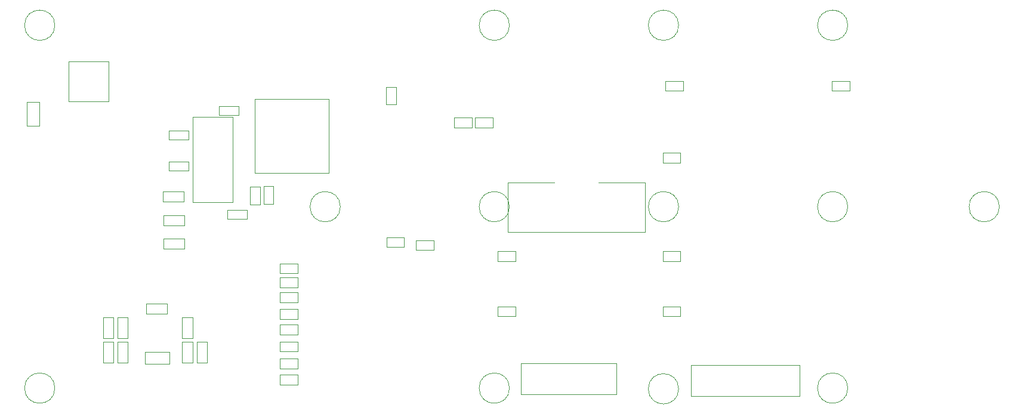
<source format=gbr>
%TF.GenerationSoftware,KiCad,Pcbnew,(5.1.10)-1*%
%TF.CreationDate,2022-09-03T16:46:32+05:30*%
%TF.ProjectId,ENC-nrf-301-02-REV05,454e432d-6e72-4662-9d33-30312d30322d,rev?*%
%TF.SameCoordinates,Original*%
%TF.FileFunction,Other,User*%
%FSLAX46Y46*%
G04 Gerber Fmt 4.6, Leading zero omitted, Abs format (unit mm)*
G04 Created by KiCad (PCBNEW (5.1.10)-1) date 2022-09-03 16:46:32*
%MOMM*%
%LPD*%
G01*
G04 APERTURE LIST*
%ADD10C,0.050000*%
%ADD11C,0.120000*%
G04 APERTURE END LIST*
D10*
%TO.C,R16*%
X115520000Y-106130000D02*
X115520000Y-104670000D01*
X115520000Y-104670000D02*
X118480000Y-104670000D01*
X118480000Y-104670000D02*
X118480000Y-106130000D01*
X118480000Y-106130000D02*
X115520000Y-106130000D01*
%TO.C,R15*%
X115520000Y-102830000D02*
X115520000Y-101370000D01*
X115520000Y-101370000D02*
X118480000Y-101370000D01*
X118480000Y-101370000D02*
X118480000Y-102830000D01*
X118480000Y-102830000D02*
X115520000Y-102830000D01*
%TO.C,R17*%
X115420000Y-99430000D02*
X115420000Y-97970000D01*
X115420000Y-97970000D02*
X118380000Y-97970000D01*
X118380000Y-97970000D02*
X118380000Y-99430000D01*
X118380000Y-99430000D02*
X115420000Y-99430000D01*
%TO.C,R30*%
X119630000Y-122280000D02*
X118170000Y-122280000D01*
X118170000Y-122280000D02*
X118170000Y-119320000D01*
X118170000Y-119320000D02*
X119630000Y-119320000D01*
X119630000Y-119320000D02*
X119630000Y-122280000D01*
%TO.C,R28*%
X108970000Y-115820000D02*
X110430000Y-115820000D01*
X110430000Y-115820000D02*
X110430000Y-118780000D01*
X110430000Y-118780000D02*
X108970000Y-118780000D01*
X108970000Y-118780000D02*
X108970000Y-115820000D01*
%TO.C,R29*%
X119630000Y-118780000D02*
X118170000Y-118780000D01*
X118170000Y-118780000D02*
X118170000Y-115820000D01*
X118170000Y-115820000D02*
X119630000Y-115820000D01*
X119630000Y-115820000D02*
X119630000Y-118780000D01*
%TO.C,R27*%
X110430000Y-122280000D02*
X108970000Y-122280000D01*
X108970000Y-122280000D02*
X108970000Y-119320000D01*
X108970000Y-119320000D02*
X110430000Y-119320000D01*
X110430000Y-119320000D02*
X110430000Y-122280000D01*
%TO.C,C5*%
X121730000Y-122280000D02*
X120270000Y-122280000D01*
X120270000Y-122280000D02*
X120270000Y-119320000D01*
X120270000Y-119320000D02*
X121730000Y-119320000D01*
X121730000Y-119320000D02*
X121730000Y-122280000D01*
%TO.C,R26*%
X113020000Y-115330000D02*
X113020000Y-113870000D01*
X113020000Y-113870000D02*
X115980000Y-113870000D01*
X115980000Y-113870000D02*
X115980000Y-115330000D01*
X115980000Y-115330000D02*
X113020000Y-115330000D01*
%TO.C,C4*%
X106970000Y-115820000D02*
X108430000Y-115820000D01*
X108430000Y-115820000D02*
X108430000Y-118780000D01*
X108430000Y-118780000D02*
X106970000Y-118780000D01*
X106970000Y-118780000D02*
X106970000Y-115820000D01*
%TO.C,C3*%
X108430000Y-122280000D02*
X106970000Y-122280000D01*
X106970000Y-122280000D02*
X106970000Y-119320000D01*
X106970000Y-119320000D02*
X108430000Y-119320000D01*
X108430000Y-119320000D02*
X108430000Y-122280000D01*
%TO.C,*%
X140600000Y-100150000D02*
G75*
G03*
X140600000Y-100150000I-2150000J0D01*
G01*
%TO.C,R7*%
X148500000Y-83150000D02*
X148500000Y-85650000D01*
X148500000Y-83150000D02*
X147100000Y-83150000D01*
X147100000Y-85650000D02*
X148500000Y-85650000D01*
X147100000Y-85650000D02*
X147100000Y-83150000D01*
%TO.C,C6*%
X124600000Y-100600000D02*
X127400000Y-100600000D01*
X124600000Y-100600000D02*
X124600000Y-101900000D01*
X127400000Y-101900000D02*
X127400000Y-100600000D01*
X127400000Y-101900000D02*
X124600000Y-101900000D01*
%TO.C,C7*%
X123350000Y-85850000D02*
X126150000Y-85850000D01*
X123350000Y-85850000D02*
X123350000Y-87150000D01*
X126150000Y-87150000D02*
X126150000Y-85850000D01*
X126150000Y-87150000D02*
X123350000Y-87150000D01*
%TO.C,Y1*%
X125300000Y-87400000D02*
X119700000Y-87400000D01*
X119700000Y-87400000D02*
X119700000Y-99500000D01*
X119700000Y-99500000D02*
X125300000Y-99500000D01*
X125300000Y-99500000D02*
X125300000Y-87400000D01*
%TO.C,*%
X100100000Y-74400000D02*
G75*
G03*
X100100000Y-74400000I-2150000J0D01*
G01*
X100100000Y-125900000D02*
G75*
G03*
X100100000Y-125900000I-2150000J0D01*
G01*
X164600000Y-74400000D02*
G75*
G03*
X164600000Y-74400000I-2150000J0D01*
G01*
X188600000Y-74400000D02*
G75*
G03*
X188600000Y-74400000I-2150000J0D01*
G01*
X212600000Y-74400000D02*
G75*
G03*
X212600000Y-74400000I-2150000J0D01*
G01*
X164600000Y-125900000D02*
G75*
G03*
X164600000Y-125900000I-2150000J0D01*
G01*
X188600000Y-126000000D02*
G75*
G03*
X188600000Y-126000000I-2150000J0D01*
G01*
X212600000Y-125900000D02*
G75*
G03*
X212600000Y-125900000I-2150000J0D01*
G01*
X234100000Y-100150000D02*
G75*
G03*
X234100000Y-100150000I-2150000J0D01*
G01*
X212600000Y-100150000D02*
G75*
G03*
X212600000Y-100150000I-2150000J0D01*
G01*
X188600000Y-100150000D02*
G75*
G03*
X188600000Y-100150000I-2150000J0D01*
G01*
%TO.C,J2*%
X183820000Y-103740000D02*
X183820000Y-96760000D01*
X183820000Y-96760000D02*
X177200000Y-96760000D01*
X171000000Y-96760000D02*
X164390000Y-96760000D01*
X164390000Y-96760000D02*
X164390000Y-103740000D01*
X164390000Y-103740000D02*
X183820000Y-103740000D01*
%TO.C,R8*%
X165450000Y-107900000D02*
X162950000Y-107900000D01*
X165450000Y-107900000D02*
X165450000Y-106500000D01*
X162950000Y-106500000D02*
X162950000Y-107900000D01*
X162950000Y-106500000D02*
X165450000Y-106500000D01*
%TO.C,R9*%
X159250000Y-88900000D02*
X156750000Y-88900000D01*
X159250000Y-88900000D02*
X159250000Y-87500000D01*
X156750000Y-87500000D02*
X156750000Y-88900000D01*
X156750000Y-87500000D02*
X159250000Y-87500000D01*
%TO.C,R10*%
X149650000Y-105900000D02*
X147150000Y-105900000D01*
X149650000Y-105900000D02*
X149650000Y-104500000D01*
X147150000Y-104500000D02*
X147150000Y-105900000D01*
X147150000Y-104500000D02*
X149650000Y-104500000D01*
%TO.C,R11*%
X188850000Y-93900000D02*
X186350000Y-93900000D01*
X188850000Y-93900000D02*
X188850000Y-92500000D01*
X186350000Y-92500000D02*
X186350000Y-93900000D01*
X186350000Y-92500000D02*
X188850000Y-92500000D01*
%TO.C,R12*%
X188850000Y-115700000D02*
X186350000Y-115700000D01*
X188850000Y-115700000D02*
X188850000Y-114300000D01*
X186350000Y-114300000D02*
X186350000Y-115700000D01*
X186350000Y-114300000D02*
X188850000Y-114300000D01*
%TO.C,R13*%
X188850000Y-107900000D02*
X186350000Y-107900000D01*
X188850000Y-107900000D02*
X188850000Y-106500000D01*
X186350000Y-106500000D02*
X186350000Y-107900000D01*
X186350000Y-106500000D02*
X188850000Y-106500000D01*
%TO.C,R14*%
X151350000Y-104900000D02*
X153850000Y-104900000D01*
X151350000Y-104900000D02*
X151350000Y-106300000D01*
X153850000Y-106300000D02*
X153850000Y-104900000D01*
X153850000Y-106300000D02*
X151350000Y-106300000D01*
%TO.C,R18*%
X132050000Y-110200000D02*
X134550000Y-110200000D01*
X132050000Y-110200000D02*
X132050000Y-111600000D01*
X134550000Y-111600000D02*
X134550000Y-110200000D01*
X134550000Y-111600000D02*
X132050000Y-111600000D01*
%TO.C,R19*%
X132050000Y-108200000D02*
X134550000Y-108200000D01*
X132050000Y-108200000D02*
X132050000Y-109600000D01*
X134550000Y-109600000D02*
X134550000Y-108200000D01*
X134550000Y-109600000D02*
X132050000Y-109600000D01*
%TO.C,R20*%
X132050000Y-119300000D02*
X134550000Y-119300000D01*
X132050000Y-119300000D02*
X132050000Y-120700000D01*
X134550000Y-120700000D02*
X134550000Y-119300000D01*
X134550000Y-120700000D02*
X132050000Y-120700000D01*
%TO.C,R21*%
X132050000Y-124000000D02*
X134550000Y-124000000D01*
X132050000Y-124000000D02*
X132050000Y-125400000D01*
X134550000Y-125400000D02*
X134550000Y-124000000D01*
X134550000Y-125400000D02*
X132050000Y-125400000D01*
%TO.C,R22*%
X132050000Y-121700000D02*
X134550000Y-121700000D01*
X132050000Y-121700000D02*
X132050000Y-123100000D01*
X134550000Y-123100000D02*
X134550000Y-121700000D01*
X134550000Y-123100000D02*
X132050000Y-123100000D01*
%TO.C,R23*%
X132050000Y-112300000D02*
X134550000Y-112300000D01*
X132050000Y-112300000D02*
X132050000Y-113700000D01*
X134550000Y-113700000D02*
X134550000Y-112300000D01*
X134550000Y-113700000D02*
X132050000Y-113700000D01*
%TO.C,R24*%
X132050000Y-114700000D02*
X134550000Y-114700000D01*
X132050000Y-114700000D02*
X132050000Y-116100000D01*
X134550000Y-116100000D02*
X134550000Y-114700000D01*
X134550000Y-116100000D02*
X132050000Y-116100000D01*
%TO.C,R25*%
X132050000Y-116900000D02*
X134550000Y-116900000D01*
X132050000Y-116900000D02*
X132050000Y-118300000D01*
X134550000Y-118300000D02*
X134550000Y-116900000D01*
X134550000Y-118300000D02*
X132050000Y-118300000D01*
%TO.C,U2*%
X128450000Y-84850000D02*
X128450000Y-95350000D01*
X138950000Y-84850000D02*
X138950000Y-95350000D01*
X128450000Y-84850000D02*
X138950000Y-84850000D01*
X128450000Y-95350000D02*
X138950000Y-95350000D01*
%TO.C,C1*%
X116300000Y-89350000D02*
X119100000Y-89350000D01*
X116300000Y-89350000D02*
X116300000Y-90650000D01*
X119100000Y-90650000D02*
X119100000Y-89350000D01*
X119100000Y-90650000D02*
X116300000Y-90650000D01*
%TO.C,C2*%
X116300000Y-93750000D02*
X119100000Y-93750000D01*
X116300000Y-93750000D02*
X116300000Y-95050000D01*
X119100000Y-95050000D02*
X119100000Y-93750000D01*
X119100000Y-95050000D02*
X116300000Y-95050000D01*
%TO.C,D1*%
X96120000Y-85300000D02*
X97880000Y-85300000D01*
X96120000Y-88700000D02*
X96120000Y-85300000D01*
X97880000Y-88700000D02*
X96120000Y-88700000D01*
X97880000Y-85300000D02*
X97880000Y-88700000D01*
%TO.C,R1*%
X129700000Y-99750000D02*
X129700000Y-97250000D01*
X129700000Y-99750000D02*
X131100000Y-99750000D01*
X131100000Y-97250000D02*
X129700000Y-97250000D01*
X131100000Y-97250000D02*
X131100000Y-99750000D01*
%TO.C,R2*%
X127800000Y-99850000D02*
X127800000Y-97350000D01*
X127800000Y-99850000D02*
X129200000Y-99850000D01*
X129200000Y-97350000D02*
X127800000Y-97350000D01*
X129200000Y-97350000D02*
X129200000Y-99850000D01*
%TO.C,R3*%
X189250000Y-83700000D02*
X186750000Y-83700000D01*
X189250000Y-83700000D02*
X189250000Y-82300000D01*
X186750000Y-82300000D02*
X186750000Y-83700000D01*
X186750000Y-82300000D02*
X189250000Y-82300000D01*
%TO.C,R4*%
X165450000Y-115700000D02*
X162950000Y-115700000D01*
X165450000Y-115700000D02*
X165450000Y-114300000D01*
X162950000Y-114300000D02*
X162950000Y-115700000D01*
X162950000Y-114300000D02*
X165450000Y-114300000D01*
%TO.C,R5*%
X212850000Y-83700000D02*
X210350000Y-83700000D01*
X212850000Y-83700000D02*
X212850000Y-82300000D01*
X210350000Y-82300000D02*
X210350000Y-83700000D01*
X210350000Y-82300000D02*
X212850000Y-82300000D01*
%TO.C,R6*%
X159750000Y-87500000D02*
X162250000Y-87500000D01*
X159750000Y-87500000D02*
X159750000Y-88900000D01*
X162250000Y-88900000D02*
X162250000Y-87500000D01*
X162250000Y-88900000D02*
X159750000Y-88900000D01*
%TO.C,C8*%
X102050000Y-85250000D02*
X107750000Y-85250000D01*
X107750000Y-85250000D02*
X107750000Y-79550000D01*
X107750000Y-79550000D02*
X102050000Y-79550000D01*
X102050000Y-79550000D02*
X102050000Y-85250000D01*
D11*
%TO.C,JS-1*%
X205800000Y-122600000D02*
X205800000Y-127000000D01*
X205800000Y-127000000D02*
X190400000Y-127000000D01*
X190400000Y-127000000D02*
X190400000Y-122600000D01*
X190400000Y-122600000D02*
X205800000Y-122600000D01*
%TO.C,JS-2*%
X179800000Y-122400000D02*
X179800000Y-126800000D01*
X179800000Y-126800000D02*
X166200000Y-126800000D01*
X166200000Y-126800000D02*
X166200000Y-122400000D01*
X166200000Y-122400000D02*
X179800000Y-122400000D01*
D10*
%TO.C,*%
X164600000Y-100150000D02*
G75*
G03*
X164600000Y-100150000I-2150000J0D01*
G01*
%TO.C,L1*%
X116350000Y-122450000D02*
X112850000Y-122450000D01*
X116350000Y-120750000D02*
X116350000Y-122450000D01*
X112850000Y-120750000D02*
X116350000Y-120750000D01*
X112850000Y-122450000D02*
X112850000Y-120750000D01*
%TD*%
M02*

</source>
